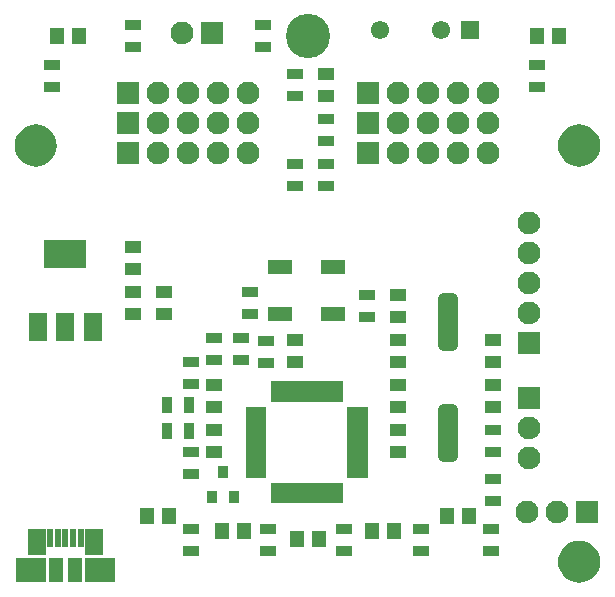
<source format=gts>
%FSTAX44Y44*%
%MOIN*%
%SFA1B1*%

%IPPOS*%
%AMD42*
4,1,8,-0.014800,-0.097500,0.014800,-0.097500,0.032500,-0.079700,0.032500,0.079700,0.014800,0.097500,-0.014800,0.097500,-0.032500,0.079700,-0.032500,-0.079700,-0.014800,-0.097500,0.0*
1,1,0.035520,-0.014800,-0.079700*
1,1,0.035520,0.014800,-0.079700*
1,1,0.035520,0.014800,0.079700*
1,1,0.035520,-0.014800,0.079700*
%
G04~CAMADD=42~8~0.0~0.0~650.6~1949.8~177.6~0.0~15~0.0~0.0~0.0~0.0~0~0.0~0.0~0.0~0.0~0~0.0~0.0~0.0~180.0~650.0~1950.0*
%ADD42D42*%
%ADD43R,0.061120X0.097000*%
%ADD44R,0.140000X0.097000*%
%ADD45R,0.084740X0.045370*%
%ADD46R,0.053240X0.033560*%
%ADD47R,0.033560X0.053240*%
%ADD48R,0.033140X0.044530*%
%ADD49R,0.099700X0.080800*%
%ADD50R,0.051280X0.080800*%
%ADD51R,0.063090X0.088680*%
%ADD52R,0.023720X0.060330*%
%ADD53R,0.023500X0.060330*%
%ADD54R,0.045370X0.053240*%
%ADD55R,0.057180X0.041430*%
%ADD56C,0.061120*%
%ADD57R,0.061120X0.061120*%
%ADD58C,0.076000*%
%ADD59R,0.076000X0.076000*%
%ADD60R,0.076000X0.076000*%
%ADD61C,0.147730*%
%LNrpcb6996130008r02-1*%
%LPD*%
G36*
X00028151Y00031378D02*
Y00031181D01*
Y00030985*
Y00030788*
Y00030591*
Y00030394*
Y00030197*
Y0003*
Y00029803*
Y00029607*
Y0002941*
Y00029213*
X00027462*
Y0002941*
Y00029607*
Y00029803*
Y0003*
Y00030197*
Y00030394*
Y00030591*
Y00030788*
Y00030985*
Y00031181*
Y00031378*
Y00031586*
X00028151*
Y00031378*
G37*
G36*
X00030686Y00028362D02*
X00028313D01*
Y00029051*
X00030686*
Y00028362*
G37*
G36*
X00038707Y00027109D02*
X00038839Y00027069D01*
X0003896Y00027004*
X00039067Y00026917*
X00039154Y0002681*
X00039219Y00026689*
X00039259Y00026557*
X00039273Y0002642*
X00039259Y00026282*
X00039219Y0002615*
X00039154Y00026029*
X00039067Y00025922*
X0003896Y00025835*
X00038839Y0002577*
X00038707Y0002573*
X0003857Y00025716*
X00038432Y0002573*
X000383Y0002577*
X00038179Y00025835*
X00038072Y00025922*
X00037985Y00026029*
X0003792Y0002615*
X0003788Y00026282*
X00037866Y0002642*
X0003788Y00026557*
X0003792Y00026689*
X00037985Y0002681*
X00038072Y00026917*
X00038179Y00027004*
X000383Y00027069*
X00038432Y00027109*
X0003857Y00027123*
X00038707Y00027109*
G37*
G36*
X00031537Y00031378D02*
Y00031181D01*
Y00030985*
Y00030788*
Y00030591*
Y00030394*
Y00030197*
Y0003*
Y00029803*
Y00029607*
Y0002941*
Y00029213*
X00030848*
Y0002941*
Y00029607*
Y00029803*
Y0003*
Y00030197*
Y00030394*
Y00030591*
Y00030788*
Y00030985*
Y00031181*
Y00031378*
Y00031586*
X00031537*
Y00031378*
G37*
G36*
X00038707Y00040979D02*
X00038839Y00040939D01*
X0003896Y00040874*
X00039067Y00040787*
X00039154Y0004068*
X00039219Y00040559*
X00039259Y00040427*
X00039273Y0004029*
X00039259Y00040152*
X00039219Y0004002*
X00039154Y00039899*
X00039067Y00039792*
X0003896Y00039705*
X00038839Y0003964*
X00038707Y000396*
X0003857Y00039586*
X00038432Y000396*
X000383Y0003964*
X00038179Y00039705*
X00038072Y00039792*
X00037985Y00039899*
X0003792Y0004002*
X0003788Y00040152*
X00037866Y0004029*
X0003788Y00040427*
X0003792Y00040559*
X00037985Y0004068*
X00038072Y00040787*
X00038179Y00040874*
X000383Y00040939*
X00038432Y00040979*
X0003857Y00040993*
X00038707Y00040979*
G37*
G36*
X00020597D02*
X00020729Y00040939D01*
X0002085Y00040874*
X00020957Y00040787*
X00021044Y0004068*
X00021109Y00040559*
X00021149Y00040427*
X00021163Y0004029*
X00021149Y00040152*
X00021109Y0004002*
X00021044Y00039899*
X00020957Y00039792*
X0002085Y00039705*
X00020729Y0003964*
X00020597Y000396*
X0002046Y00039586*
X00020322Y000396*
X0002019Y0003964*
X00020069Y00039705*
X00019962Y00039792*
X00019875Y00039899*
X0001981Y0004002*
X0001977Y00040152*
X00019756Y0004029*
X0001977Y00040427*
X0001981Y00040559*
X00019875Y0004068*
X00019962Y00040787*
X00020069Y00040874*
X0002019Y00040939*
X00020322Y00040979*
X0002046Y00040993*
X00020597Y00040979*
G37*
G36*
X00030686Y00031748D02*
X00028313D01*
Y00032437*
X00030686*
Y00031748*
G37*
G54D42*
X000342Y00030699D03*
Y000344D03*
G54D43*
X00020541Y00034232D03*
X00022352D03*
X00021446D03*
G54D44*
X00021446Y00036673D03*
G54D45*
X00028595Y00034687D03*
Y00036257D03*
X0003037Y00034687D03*
Y00036257D03*
G54D46*
X000291Y00042674D03*
Y00041926D03*
X000237Y00043576D03*
Y00044324D03*
X0002805Y00043576D03*
Y00044324D03*
X0002815Y00033784D03*
Y00033036D03*
X0002565Y00030074D03*
Y00029326D03*
Y00033074D03*
Y00032326D03*
X000273Y00033874D03*
Y00033126D03*
X000264Y00033874D03*
Y00033126D03*
X000276Y00034676D03*
Y00035424D03*
X0003565Y00026776D03*
Y00027524D03*
X000333D03*
Y00026776D03*
X0003075Y00027524D03*
Y00026776D03*
X000282D03*
Y00027524D03*
X0002565Y00026776D03*
Y00027524D03*
X0003015Y00041174D03*
Y00040426D03*
X000357Y00030076D03*
Y00030824D03*
X0003015Y00039674D03*
Y00038926D03*
X000291Y00039674D03*
Y00038926D03*
X000357Y00029174D03*
Y00028426D03*
X000315Y00035324D03*
Y00034576D03*
X0003717Y00042226D03*
Y00042974D03*
X00021Y00042226D03*
Y00042974D03*
G54D47*
X00024826Y0003165D03*
X00025574D03*
X00024826Y0003076D03*
X00025574D03*
G54D48*
X000267Y00029425D03*
X00027074Y00028574D03*
X00026326D03*
G54D49*
X00020308Y00026153D03*
X00022599D03*
G54D50*
X00021776Y00026153D03*
X00021127D03*
G54D51*
X00020489Y00027059D03*
X00022414D03*
G54D52*
X00021963Y000272D03*
X00021195D03*
X0002094D03*
G54D53*
X00021707Y000272D03*
X00021451D03*
G54D54*
X00031653Y00027433D03*
X00032401D03*
X00029153Y00027183D03*
X00029901D03*
X00026653Y00027433D03*
X00027401D03*
X00024153Y00027933D03*
X00024901D03*
X00034153D03*
X00034901D03*
X00021153Y00043933D03*
X00021901D03*
X00037153D03*
X00037901D03*
G54D55*
X0003015Y00042674D03*
Y00041926D03*
X000264Y00030076D03*
Y00030824D03*
Y00032324D03*
Y00031576D03*
X0003255Y00033824D03*
Y00033076D03*
Y00031576D03*
Y00032324D03*
Y00030076D03*
Y00030824D03*
X000357Y00033824D03*
Y00033076D03*
X0002909Y00033824D03*
Y00033076D03*
X000237Y00036924D03*
Y00036176D03*
X000357Y00032324D03*
Y00031576D03*
X0003255Y00035324D03*
Y00034576D03*
X0002475Y00035424D03*
Y00034676D03*
X000237Y00035424D03*
Y00034676D03*
G54D56*
X00033965Y00044142D03*
X0003195D03*
G54D57*
X0003495Y00044142D03*
G54D58*
X000369Y000367D03*
Y000377D03*
Y000347D03*
Y000357D03*
X00034527Y0004105D03*
X00035527D03*
X00032527D03*
X00033527D03*
X00026527D03*
X00027527D03*
X00024527D03*
X00025527D03*
X00034527Y0004205D03*
X00035527D03*
X00032527D03*
X00033527D03*
X00026527D03*
X00027527D03*
X00024527D03*
X00025527D03*
X00034527Y0004005D03*
X00035527D03*
X00032527D03*
X00033527D03*
X00026527D03*
X00027527D03*
X00024527D03*
X00025527D03*
X0002535Y0004405D03*
X000369Y0002989D03*
Y0003089D03*
X0003785Y0002806D03*
X0003685D03*
G54D59*
X000369Y000337D03*
Y0003189D03*
G54D60*
X00031527Y0004105D03*
X00023527D03*
X00031527Y0004205D03*
X00023527D03*
X00031527Y0004005D03*
X00023527D03*
X0002635Y0004405D03*
X0003885Y0002806D03*
G54D61*
X00029527Y00043933D03*
M02*
</source>
